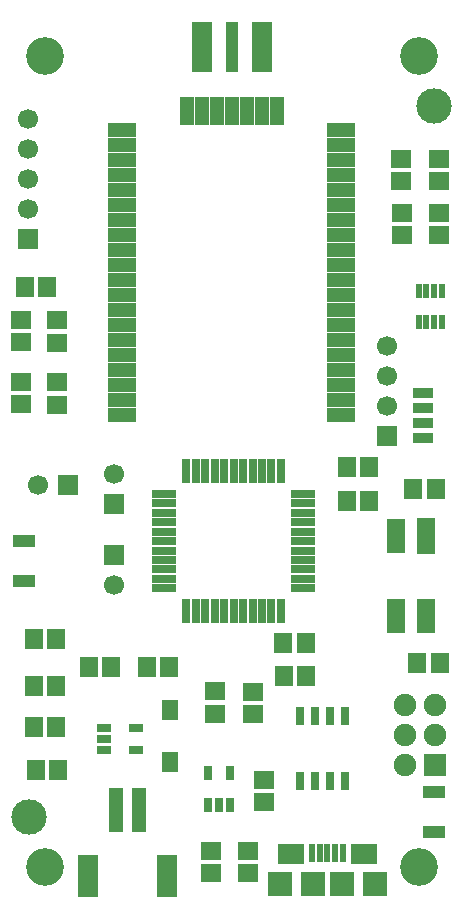
<source format=gbr>
G04 DipTrace 3.0.0.2*
G04 TopMask.gbr*
%MOIN*%
G04 #@! TF.FileFunction,Soldermask,Top*
G04 #@! TF.Part,Single*
%ADD30C,0.11811*%
%ADD36R,0.074803X0.074803*%
%ADD39R,0.066929X0.066929*%
%ADD40C,0.066929*%
%ADD65C,0.125984*%
%ADD70R,0.062992X0.122047*%
%ADD72R,0.062992X0.114173*%
%ADD74R,0.051181X0.031496*%
%ADD76R,0.031496X0.051181*%
%ADD78R,0.021457X0.051181*%
%ADD80R,0.031496X0.059055*%
%ADD82R,0.07874X0.027559*%
%ADD84R,0.027559X0.07874*%
%ADD86R,0.041339X0.167717*%
%ADD88R,0.067717X0.167717*%
%ADD90R,0.047638X0.097402*%
%ADD92R,0.097402X0.047638*%
%ADD94R,0.074803X0.03937*%
%ADD96R,0.070866X0.035433*%
%ADD98R,0.066929X0.141732*%
%ADD100R,0.047244X0.145669*%
%ADD102C,0.074803*%
%ADD105R,0.082677X0.082677*%
%ADD106R,0.07874X0.082677*%
%ADD108R,0.090551X0.070866*%
%ADD110R,0.023622X0.061024*%
%ADD112C,0.047244*%
%ADD114R,0.057087X0.066929*%
%ADD116R,0.066929X0.059055*%
%ADD118R,0.059055X0.066929*%
%FSLAX26Y26*%
G04*
G70*
G90*
G75*
G01*
G04 TopMask*
%LPD*%
D118*
X1761024Y1198031D3*
X1835827D3*
X1746850Y1777297D3*
X1821654D3*
D116*
X1195144Y570604D3*
Y495801D3*
X1071785Y570604D3*
Y495801D3*
X1085564Y1027690D3*
Y1102493D3*
X1211680Y1026247D3*
Y1101050D3*
D114*
X935302Y866010D3*
Y1041207D3*
D116*
X440311Y2060201D3*
Y2135004D3*
X559311Y2058701D3*
Y2133504D3*
X1705381Y2878215D3*
Y2803412D3*
X1834383Y2878740D3*
Y2803937D3*
D118*
X489633Y839633D3*
X564436D3*
D30*
X466273Y685302D3*
D112*
D3*
D30*
X1817192Y3054856D3*
D112*
D3*
D65*
X1765192Y3221871D3*
X518285Y3221860D3*
X518241Y518241D3*
X1765134Y518299D3*
D110*
X1409580Y564567D3*
X1435171D3*
X1460761D3*
X1486352D3*
X1511942D3*
D108*
X1338714Y559646D3*
X1582808D3*
D106*
X1303281Y459252D3*
X1618241D3*
D105*
X1413517D3*
X1508005D3*
D39*
X749606Y1556562D3*
D40*
Y1456562D3*
D39*
X594751Y1789370D3*
D40*
X494751D3*
D36*
X1820041Y855512D3*
D102*
X1720041D3*
X1820041Y955512D3*
X1720041D3*
X1820041Y1055512D3*
X1720041D3*
D100*
X755381Y706037D3*
X834121D3*
D98*
X662932Y487643D3*
X926711D3*
D39*
X750656Y1728609D3*
D40*
Y1828609D3*
D39*
X463517Y2609318D3*
D40*
Y2709318D3*
Y2809318D3*
Y2909318D3*
Y3009318D3*
D39*
X1659186Y1954199D3*
D40*
Y2054199D3*
Y2154199D3*
Y2254199D3*
D96*
X1779790Y2098294D3*
Y2048294D3*
Y1998294D3*
Y1948294D3*
D118*
X1391076Y1153281D3*
X1316273D3*
X1388189Y1262730D3*
X1313386D3*
X1525197Y1850919D3*
X1600000D3*
X1525591Y1736745D3*
X1600394D3*
D116*
X439811Y2266701D3*
Y2341504D3*
X559311Y2265201D3*
Y2340004D3*
X1708005Y2697507D3*
Y2622703D3*
D118*
X741207Y1185171D3*
X666404D3*
D116*
X1834252Y2697900D3*
Y2623097D3*
X1248294Y733202D3*
Y808005D3*
D118*
X452887Y2451312D3*
X527690D3*
X556430Y983202D3*
X481627D3*
X482546Y1277297D3*
X557349D3*
X482021Y1119685D3*
X556824D3*
X858268Y1185039D3*
X933071D3*
D94*
X1816365Y768510D3*
Y634652D3*
X451181Y1471129D3*
Y1604987D3*
D92*
X1506496Y2023753D3*
Y2073753D3*
Y2123753D3*
Y2173753D3*
Y2223753D3*
Y2273753D3*
Y2323753D3*
Y2373753D3*
Y2423753D3*
Y2473753D3*
Y2523753D3*
Y2573753D3*
Y2623753D3*
Y2673753D3*
Y2723753D3*
Y2773753D3*
Y2823753D3*
Y2873753D3*
Y2923753D3*
Y2973753D3*
D90*
X1291732Y3038517D3*
X1241732D3*
X1191732D3*
X1141732D3*
X1091732D3*
X1041732D3*
X991732D3*
D92*
X776969Y2973753D3*
Y2923753D3*
Y2873753D3*
Y2823753D3*
Y2773753D3*
Y2723753D3*
Y2673753D3*
Y2623753D3*
Y2573753D3*
Y2523753D3*
Y2473753D3*
Y2423753D3*
Y2373753D3*
Y2323753D3*
Y2273753D3*
Y2223753D3*
Y2173753D3*
Y2123753D3*
Y2073753D3*
Y2023753D3*
D88*
X1041732Y3251312D3*
D86*
X1141732Y3250919D3*
D88*
X1241339D3*
D84*
X990814Y1370997D3*
X1022310D3*
X1053806D3*
X1085302D3*
X1116798D3*
X1148294D3*
X1179790D3*
X1211286D3*
X1242782D3*
X1274278D3*
X1305774D3*
D82*
X1380577Y1445801D3*
Y1477297D3*
Y1508793D3*
Y1540289D3*
Y1571785D3*
Y1603281D3*
Y1634777D3*
Y1666273D3*
Y1697769D3*
Y1729265D3*
Y1760761D3*
D84*
X1305774Y1835564D3*
X1274278D3*
X1242782D3*
X1211286D3*
X1179790D3*
X1148294D3*
X1116798D3*
X1085302D3*
X1053806D3*
X1022310D3*
X990814D3*
D82*
X916010Y1760761D3*
Y1729265D3*
Y1697769D3*
Y1666273D3*
Y1634777D3*
Y1603281D3*
Y1571785D3*
Y1540289D3*
Y1508793D3*
Y1477297D3*
Y1445801D3*
D80*
X1371129Y805249D3*
X1421129D3*
X1471129D3*
X1521129D3*
Y1021785D3*
X1471129D3*
X1421129D3*
X1371129D3*
D78*
X1841995Y2438058D3*
X1816404D3*
X1790814D3*
X1765223D3*
Y2333727D3*
X1790814D3*
X1816404D3*
X1841995D3*
D76*
X1062205Y723753D3*
X1099606D3*
X1137008D3*
Y830052D3*
X1062205D3*
D74*
X716667Y981365D3*
Y943963D3*
Y906562D3*
X822966D3*
Y981365D3*
D72*
X1788976Y1353281D3*
D70*
Y1620997D3*
D72*
X1688976D3*
Y1353281D3*
M02*

</source>
